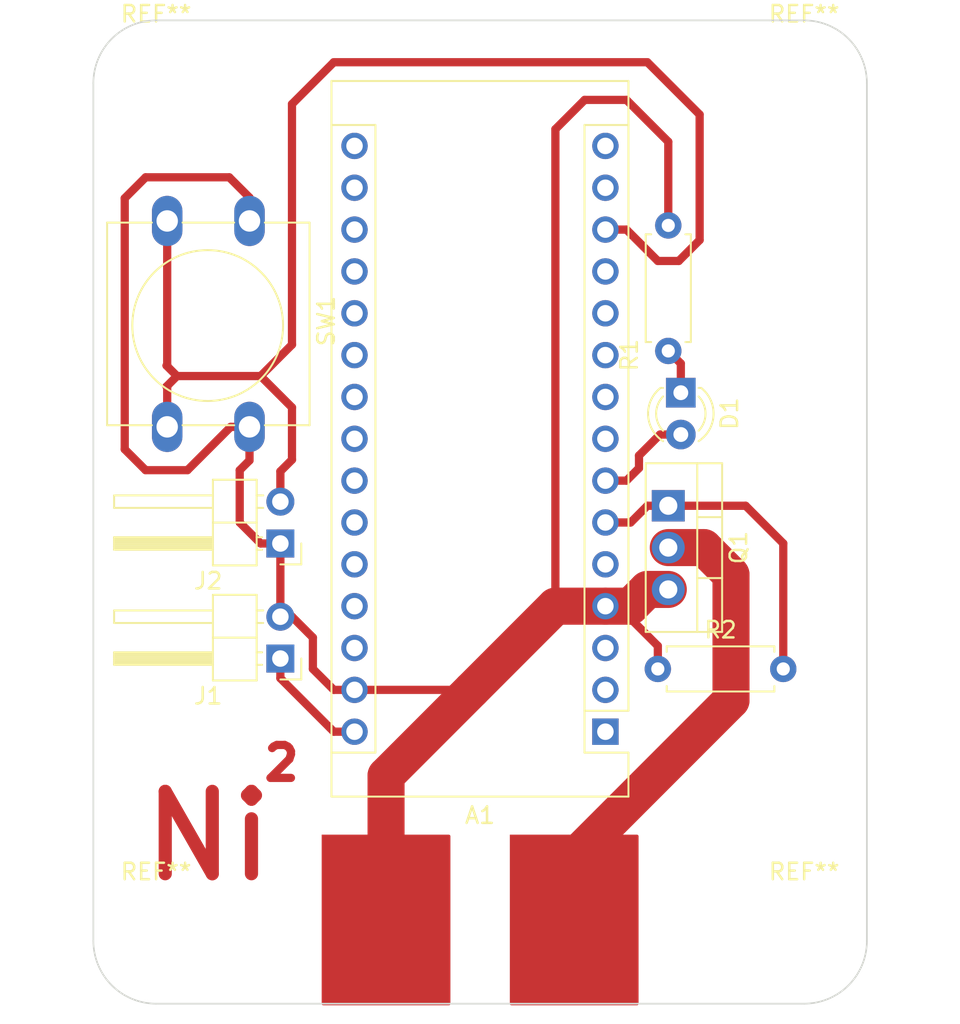
<source format=kicad_pcb>
(kicad_pcb (version 20240108) (generator "pcbnew") (generator_version "8.0")
  (layers (0 "F.Cu" signal) (31 "B.Cu" signal) (34 "B.Paste" user) (35 "F.Paste" user) (36 "B.SilkS" user "B.Silkscreen") (37 "F.SilkS" user "F.Silkscreen") (38 "B.Mask" user) (39 "F.Mask" user) (44 "Edge.Cuts" user))
  (net 0 "")
  (net 7 "Net-(A1-Pad29)")
  (net 11 "Net-(A1-Pad6)")
  (net 13 "Net-(A1-Pad7)")
  (net 25 "Net-(A1-Pad13)")
  (net 29 "Net-(D1-Pad1)")
  (net 30 "unconnected-(Q1-Pad2)")
  (net 31 "Net-(A1-Pad30)")
  (footprint "Module:Arduino_Nano" (layer "F.Cu") (at 144.77 128.27 180)
    (property "Reference" "A1" (at 7.62 -5.08 0) (layer "F.SilkS"))
    (property "Value" "Arduino_Nano_Every")
    (fp_line (start 16.64 39.5) (end 16.64 -3.94) (stroke (width 0.12)) (layer "F.SilkS"))
    (fp_line (start 16.64 -3.94) (end -1.4 -3.94) (stroke (width 0.12)) (layer "F.SilkS"))
    (fp_line (start 13.97 36.83) (end 16.64 36.83) (stroke (width 0.12)) (layer "F.SilkS"))
    (fp_line (start 13.97 -1.27) (end 16.64 -1.27) (stroke (width 0.12)) (layer "F.SilkS"))
    (fp_line (start 13.97 -1.27) (end 13.97 36.83) (stroke (width 0.12)) (layer "F.SilkS"))
    (fp_line (start 1.27 36.83) (end -1.4 36.83) (stroke (width 0.12)) (layer "F.SilkS"))
    (fp_line (start 1.27 1.27) (end 1.27 36.83) (stroke (width 0.12)) (layer "F.SilkS"))
    (fp_line (start 1.27 1.27) (end 1.27 -1.27) (stroke (width 0.12)) (layer "F.SilkS"))
    (fp_line (start 1.27 1.27) (end -1.4 1.27) (stroke (width 0.12)) (layer "F.SilkS"))
    (fp_line (start 1.27 -1.27) (end -1.4 -1.27) (stroke (width 0.12)) (layer "F.SilkS"))
    (fp_line (start -1.4 39.5) (end 16.64 39.5) (stroke (width 0.12)) (layer "F.SilkS"))
    (fp_line (start -1.4 1.27) (end -1.4 39.5) (stroke (width 0.12)) (layer "F.SilkS"))
    (fp_line (start -1.4 -3.94) (end -1.4 -1.27) (stroke (width 0.12)) (layer "F.SilkS"))
    (pad "1" thru_hole rect (at 0 0 180) (size 1.6 1.6) (drill 1) (layers "*.Cu" "*.Mask"))
    (pad "2" thru_hole oval (at 0 2.54 180) (size 1.6 1.6) (drill 1) (layers "*.Cu" "*.Mask"))
    (pad "3" thru_hole oval (at 0 5.08 180) (size 1.6 1.6) (drill 1) (layers "*.Cu" "*.Mask"))
    (pad "4" thru_hole oval (at 0 7.62 180) (size 1.6 1.6) (drill 1) (layers "*.Cu" "*.Mask") (net 7 "Net-(A1-Pad29)"))
    (pad "5" thru_hole oval (at 0 10.16 180) (size 1.6 1.6) (drill 1) (layers "*.Cu" "*.Mask"))
    (pad "6" thru_hole oval (at 0 12.7 180) (size 1.6 1.6) (drill 1) (layers "*.Cu" "*.Mask") (net 11 "Net-(A1-Pad6)"))
    (pad "7" thru_hole oval (at 0 15.24 180) (size 1.6 1.6) (drill 1) (layers "*.Cu" "*.Mask") (net 13 "Net-(A1-Pad7)"))
    (pad "8" thru_hole oval (at 0 17.78 180) (size 1.6 1.6) (drill 1) (layers "*.Cu" "*.Mask"))
    (pad "9" thru_hole oval (at 0 20.32 180) (size 1.6 1.6) (drill 1) (layers "*.Cu" "*.Mask"))
    (pad "10" thru_hole oval (at 0 22.86 180) (size 1.6 1.6) (drill 1) (layers "*.Cu" "*.Mask"))
    (pad "11" thru_hole oval (at 0 25.4 180) (size 1.6 1.6) (drill 1) (layers "*.Cu" "*.Mask"))
    (pad "12" thru_hole oval (at 0 27.94 180) (size 1.6 1.6) (drill 1) (layers "*.Cu" "*.Mask"))
    (pad "13" thru_hole oval (at 0 30.48 180) (size 1.6 1.6) (drill 1) (layers "*.Cu" "*.Mask") (net 25 "Net-(A1-Pad13)"))
    (pad "14" thru_hole oval (at 0 33.02 180) (size 1.6 1.6) (drill 1) (layers "*.Cu" "*.Mask"))
    (pad "15" thru_hole oval (at 0 35.56 180) (size 1.6 1.6) (drill 1) (layers "*.Cu" "*.Mask"))
    (pad "16" thru_hole oval (at 15.24 35.56 180) (size 1.6 1.6) (drill 1) (layers "*.Cu" "*.Mask"))
    (pad "17" thru_hole oval (at 15.24 33.02 180) (size 1.6 1.6) (drill 1) (layers "*.Cu" "*.Mask"))
    (pad "18" thru_hole oval (at 15.24 30.48 180) (size 1.6 1.6) (drill 1) (layers "*.Cu" "*.Mask"))
    (pad "19" thru_hole oval (at 15.24 27.94 180) (size 1.6 1.6) (drill 1) (layers "*.Cu" "*.Mask"))
    (pad "20" thru_hole oval (at 15.24 25.4 180) (size 1.6 1.6) (drill 1) (layers "*.Cu" "*.Mask"))
    (pad "21" thru_hole oval (at 15.24 22.86 180) (size 1.6 1.6) (drill 1) (layers "*.Cu" "*.Mask"))
    (pad "22" thru_hole oval (at 15.24 20.32 180) (size 1.6 1.6) (drill 1) (layers "*.Cu" "*.Mask"))
    (pad "23" thru_hole oval (at 15.24 17.78 180) (size 1.6 1.6) (drill 1) (layers "*.Cu" "*.Mask"))
    (pad "24" thru_hole oval (at 15.24 15.24 180) (size 1.6 1.6) (drill 1) (layers "*.Cu" "*.Mask"))
    (pad "25" thru_hole oval (at 15.24 12.7 180) (size 1.6 1.6) (drill 1) (layers "*.Cu" "*.Mask"))
    (pad "26" thru_hole oval (at 15.24 10.16 180) (size 1.6 1.6) (drill 1) (layers "*.Cu" "*.Mask"))
    (pad "27" thru_hole oval (at 15.24 7.62 180) (size 1.6 1.6) (drill 1) (layers "*.Cu" "*.Mask"))
    (pad "28" thru_hole oval (at 15.24 5.08 180) (size 1.6 1.6) (drill 1) (layers "*.Cu" "*.Mask"))
    (pad "29" thru_hole oval (at 15.24 2.54 180) (size 1.6 1.6) (drill 1) (layers "*.Cu" "*.Mask") (net 7 "Net-(A1-Pad29)"))
    (pad "30" thru_hole oval (at 15.24 0 180) (size 1.6 1.6) (drill 1) (layers "*.Cu" "*.Mask") (net 31 "Net-(A1-Pad30)"))
  )
  (footprint "MountingHole:MountingHole_3.2mm_M3" (layer "F.Cu") (at 156.845 140.97)
    (property "Reference" "REF**" (at 0 -4.2 0) (layer "F.SilkS"))
    (property "Value" "MountingHole_3.2mm_M3")
    (pad "" np_thru_hole circle (at 0 0) (size 3.2 3.2) (drill 3.2) (layers "F&B.Cu" "*.Mask"))
  )
  (footprint "MountingHole:MountingHole_3.2mm_M3" (layer "F.Cu") (at 156.845 88.9)
    (property "Reference" "REF**" (at 0 -4.2 0) (layer "F.SilkS"))
    (property "Value" "MountingHole_3.2mm_M3")
    (pad "" np_thru_hole circle (at 0 0) (size 3.2 3.2) (drill 3.2) (layers "F&B.Cu" "*.Mask"))
  )
  (footprint "Connector_PinHeader_2.54mm:PinHeader_1x02_P2.54mm_Horizontal" (layer "F.Cu") (at 125.025 123.83 180)
    (property "Reference" "J1" (at 4.385 -2.27 0) (layer "F.SilkS"))
    (property "Value" "Conn_01x02_Male")
    (fp_line (start 10.1 2.92) (end 4.1 2.92) (stroke (width 0.12)) (layer "F.SilkS"))
    (fp_line (start 10.1 2.16) (end 10.1 2.92) (stroke (width 0.12)) (layer "F.SilkS"))
    (fp_line (start 10.1 0.38) (end 4.1 0.38) (stroke (width 0.12)) (layer "F.SilkS"))
    (fp_line (start 10.1 -0.38) (end 10.1 0.38) (stroke (width 0.12)) (layer "F.SilkS"))
    (fp_line (start 4.1 3.87) (end 4.1 -1.33) (stroke (width 0.12)) (layer "F.SilkS"))
    (fp_line (start 4.1 2.16) (end 10.1 2.16) (stroke (width 0.12)) (layer "F.SilkS"))
    (fp_line (start 4.1 0.28) (end 10.1 0.28) (stroke (width 0.12)) (layer "F.SilkS"))
    (fp_line (start 4.1 0.16) (end 10.1 0.16) (stroke (width 0.12)) (layer "F.SilkS"))
    (fp_line (start 4.1 0.04) (end 10.1 0.04) (stroke (width 0.12)) (layer "F.SilkS"))
    (fp_line (start 4.1 -0.08) (end 10.1 -0.08) (stroke (width 0.12)) (layer "F.SilkS"))
    (fp_line (start 4.1 -0.2) (end 10.1 -0.2) (stroke (width 0.12)) (layer "F.SilkS"))
    (fp_line (start 4.1 -0.32) (end 10.1 -0.32) (stroke (width 0.12)) (layer "F.SilkS"))
    (fp_line (start 4.1 -0.38) (end 10.1 -0.38) (stroke (width 0.12)) (layer "F.SilkS"))
    (fp_line (start 4.1 -1.33) (end 1.44 -1.33) (stroke (width 0.12)) (layer "F.SilkS"))
    (fp_line (start 1.44 3.87) (end 4.1 3.87) (stroke (width 0.12)) (layer "F.SilkS"))
    (fp_line (start 1.44 1.27) (end 4.1 1.27) (stroke (width 0.12)) (layer "F.SilkS"))
    (fp_line (start 1.44 -1.33) (end 1.44 3.87) (stroke (width 0.12)) (layer "F.SilkS"))
    (fp_line (start 1.11 0.38) (end 1.44 0.38) (stroke (width 0.12)) (layer "F.SilkS"))
    (fp_line (start 1.11 -0.38) (end 1.44 -0.38) (stroke (width 0.12)) (layer "F.SilkS"))
    (fp_line (start 1.042929 2.92) (end 1.44 2.92) (stroke (width 0.12)) (layer "F.SilkS"))
    (fp_line (start 1.042929 2.16) (end 1.44 2.16) (stroke (width 0.12)) (layer "F.SilkS"))
    (fp_line (start -1.27 0) (end -1.27 -1.27) (stroke (width 0.12)) (layer "F.SilkS"))
    (fp_line (start -1.27 -1.27) (end 0 -1.27) (stroke (width 0.12)) (layer "F.SilkS"))
    (pad "1" thru_hole rect (at 0 0 180) (size 1.7 1.7) (drill 1) (layers "*.Cu" "*.Mask") (net 31 "Net-(A1-Pad30)"))
    (pad "2" thru_hole oval (at 0 2.54 180) (size 1.7 1.7) (drill 1) (layers "*.Cu" "*.Mask") (net 7 "Net-(A1-Pad29)"))
  )
  (footprint "Package_TO_SOT_THT:TO-220-3_Vertical" (layer "F.Cu") (at 148.59 114.554 -90)
    (property "Reference" "Q1" (at 2.54 -4.27 90) (layer "F.SilkS"))
    (property "Value" "IRLZ44N")
    (fp_line (start -2.58 1.371) (end 7.66 1.371) (stroke (width 0.12)) (layer "F.SilkS"))
    (fp_line (start -2.58 -1.76) (end 7.66 -1.76) (stroke (width 0.12)) (layer "F.SilkS"))
    (fp_line (start -2.58 -3.27) (end -2.58 1.371) (stroke (width 0.12)) (layer "F.SilkS"))
    (fp_line (start -2.58 -3.27) (end 7.66 -3.27) (stroke (width 0.12)) (layer "F.SilkS"))
    (fp_line (start 0.69 -3.27) (end 0.69 -1.76) (stroke (width 0.12)) (layer "F.SilkS"))
    (fp_line (start 4.391 -3.27) (end 4.391 -1.76) (stroke (width 0.12)) (layer "F.SilkS"))
    (fp_line (start 7.66 -3.27) (end 7.66 1.371) (stroke (width 0.12)) (layer "F.SilkS"))
    (pad "1" thru_hole rect (at 0 0 270) (size 1.905 2) (drill 1.1) (layers "*.Cu" "*.Mask") (net 11 "Net-(A1-Pad6)"))
    (pad "2" thru_hole oval (at 2.54 0 270) (size 1.905 2) (drill 1.1) (layers "*.Cu" "*.Mask") (net 30 "unconnected-(Q1-Pad2)"))
    (pad "3" thru_hole oval (at 5.08 0 270) (size 1.905 2) (drill 1.1) (layers "*.Cu" "*.Mask") (net 7 "Net-(A1-Pad29)"))
  )
  (footprint "LED_THT:LED_D3.0mm" (layer "F.Cu") (at 149.352 107.691 -90)
    (property "Reference" "D1" (at 1.27 -2.96 90) (layer "F.SilkS"))
    (property "Value" "LED")
    (fp_line (start -0.29 1.08) (end -0.29 1.236) (stroke (width 0.12)) (layer "F.SilkS"))
    (fp_line (start -0.29 -1.236) (end -0.29 -1.08) (stroke (width 0.12)) (layer "F.SilkS"))
    (fp_arc (start 2.31113 1.079837) (mid 1.270117 1.5) (end 0.229039 1.08) (stroke (width 0.12)) (layer "F.SilkS"))
    (fp_arc (start 2.942335 1.078608) (mid 1.366487 1.987659) (end -0.29 1.235516) (stroke (width 0.12)) (layer "F.SilkS"))
    (fp_arc (start 0.229039 -1.08) (mid 1.270117 -1.5) (end 2.31113 -1.079837) (stroke (width 0.12)) (layer "F.SilkS"))
    (fp_arc (start -0.29 -1.235516) (mid 1.366487 -1.987659) (end 2.942335 -1.078608) (stroke (width 0.12)) (layer "F.SilkS"))
    (pad "1" thru_hole rect (at 0 0 270) (size 1.8 1.8) (drill 0.9) (layers "*.Cu" "*.Mask") (net 29 "Net-(D1-Pad1)"))
    (pad "2" thru_hole circle (at 2.54 0 270) (size 1.8 1.8) (drill 0.9) (layers "*.Cu" "*.Mask") (net 13 "Net-(A1-Pad7)"))
  )
  (footprint "MountingHole:MountingHole_3.2mm_M3" (layer "F.Cu") (at 117.475 140.97)
    (property "Reference" "REF**" (at 0 -4.2 0) (layer "F.SilkS"))
    (property "Value" "MountingHole_3.2mm_M3")
    (pad "" np_thru_hole circle (at 0 0) (size 3.2 3.2) (drill 3.2) (layers "*.Cu" "*.Mask"))
  )
  (footprint "Button_Switch_THT:SW_PUSH-12mm" (layer "F.Cu") (at 123.15 97.265 -90)
    (property "Reference" "SW1" (at 6.08 -4.66 90) (layer "F.SilkS"))
    (property "Value" "SW_Push")
    (fp_line (start 0.1 8.65) (end 0.1 5.93) (stroke (width 0.12)) (layer "F.SilkS"))
    (fp_line (start 12.4 8.65) (end 0.1 8.65) (stroke (width 0.12)) (layer "F.SilkS"))
    (fp_line (start 12.4 5.93) (end 12.4 8.65) (stroke (width 0.12)) (layer "F.SilkS"))
    (fp_line (start 0.1 4.07) (end 0.1 0.93) (stroke (width 0.12)) (layer "F.SilkS"))
    (fp_line (start 12.4 0.93) (end 12.4 4.07) (stroke (width 0.12)) (layer "F.SilkS"))
    (fp_line (start 0.1 -0.93) (end 0.1 -3.65) (stroke (width 0.12)) (layer "F.SilkS"))
    (fp_line (start 0.1 -3.65) (end 12.4 -3.65) (stroke (width 0.12)) (layer "F.SilkS"))
    (fp_line (start 12.4 -3.65) (end 12.4 -0.93) (stroke (width 0.12)) (layer "F.SilkS"))
    (fp_circle (center 6.35 2.54) (end 10.16 5.08) (stroke (width 0.12)) (fill none) (layer "F.SilkS"))
    (pad "1" thru_hole oval (at 0 0 270) (size 3.048 1.85) (drill 1.3) (layers "*.Cu" "*.Mask") (net 7 "Net-(A1-Pad29)"))
    (pad "1" thru_hole oval (at 12.5 0 270) (size 3.048 1.85) (drill 1.3) (layers "*.Cu" "*.Mask") (net 7 "Net-(A1-Pad29)"))
    (pad "2" thru_hole oval (at 0 5 270) (size 3.048 1.85) (drill 1.3) (layers "*.Cu" "*.Mask") (net 25 "Net-(A1-Pad13)"))
    (pad "2" thru_hole oval (at 12.5 5 270) (size 3.048 1.85) (drill 1.3) (layers "*.Cu" "*.Mask") (net 25 "Net-(A1-Pad13)"))
  )
  (footprint "MountingHole:MountingHole_3.2mm_M3" (layer "F.Cu") (at 117.475 88.9)
    (property "Reference" "REF**" (at 0 -4.2 0) (layer "F.SilkS"))
    (property "Value" "MountingHole_3.2mm_M3")
    (pad "" np_thru_hole circle (at 0 0) (size 3.2 3.2) (drill 3.2) (layers "F&B.Cu" "*.Mask"))
  )
  (footprint "Connector_PinHeader_2.54mm:PinHeader_1x02_P2.54mm_Horizontal" (layer "F.Cu") (at 125.025 116.845 180)
    (property "Reference" "J2" (at 4.385 -2.27 0) (layer "F.SilkS"))
    (property "Value" "Conn_01x02_Male")
    (fp_line (start 10.1 2.92) (end 4.1 2.92) (stroke (width 0.12)) (layer "F.SilkS"))
    (fp_line (start 10.1 2.16) (end 10.1 2.92) (stroke (width 0.12)) (layer "F.SilkS"))
    (fp_line (start 10.1 0.38) (end 4.1 0.38) (stroke (width 0.12)) (layer "F.SilkS"))
    (fp_line (start 10.1 -0.38) (end 10.1 0.38) (stroke (width 0.12)) (layer "F.SilkS"))
    (fp_line (start 4.1 3.87) (end 4.1 -1.33) (stroke (width 0.12)) (layer "F.SilkS"))
    (fp_line (start 4.1 2.16) (end 10.1 2.16) (stroke (width 0.12)) (layer "F.SilkS"))
    (fp_line (start 4.1 0.28) (end 10.1 0.28) (stroke (width 0.12)) (layer "F.SilkS"))
    (fp_line (start 4.1 0.16) (end 10.1 0.16) (stroke (width 0.12)) (layer "F.SilkS"))
    (fp_line (start 4.1 0.04) (end 10.1 0.04) (stroke (width 0.12)) (layer "F.SilkS"))
    (fp_line (start 4.1 -0.08) (end 10.1 -0.08) (stroke (width 0.12)) (layer "F.SilkS"))
    (fp_line (start 4.1 -0.2) (end 10.1 -0.2) (stroke (width 0.12)) (layer "F.SilkS"))
    (fp_line (start 4.1 -0.32) (end 10.1 -0.32) (stroke (width 0.12)) (layer "F.SilkS"))
    (fp_line (start 4.1 -0.38) (end 10.1 -0.38) (stroke (width 0.12)) (layer "F.SilkS"))
    (fp_line (start 4.1 -1.33) (end 1.44 -1.33) (stroke (width 0.12)) (layer "F.SilkS"))
    (fp_line (start 1.44 3.87) (end 4.1 3.87) (stroke (width 0.12)) (layer "F.SilkS"))
    (fp_line (start 1.44 1.27) (end 4.1 1.27) (stroke (width 0.12)) (layer "F.SilkS"))
    (fp_line (start 1.44 -1.33) (end 1.44 3.87) (stroke (width 0.12)) (layer "F.SilkS"))
    (fp_line (start 1.11 0.38) (end 1.44 0.38) (stroke (width 0.12)) (layer "F.SilkS"))
    (fp_line (start 1.11 -0.38) (end 1.44 -0.38) (stroke (width 0.12)) (layer "F.SilkS"))
    (fp_line (start 1.042929 2.92) (end 1.44 2.92) (stroke (width 0.12)) (layer "F.SilkS"))
    (fp_line (start 1.042929 2.16) (end 1.44 2.16) (stroke (width 0.12)) (layer "F.SilkS"))
    (fp_line (start -1.27 0) (end -1.27 -1.27) (stroke (width 0.12)) (layer "F.SilkS"))
    (fp_line (start -1.27 -1.27) (end 0 -1.27) (stroke (width 0.12)) (layer "F.SilkS"))
    (pad "1" thru_hole rect (at 0 0 180) (size 1.7 1.7) (drill 1) (layers "*.Cu" "*.Mask") (net 7 "Net-(A1-Pad29)"))
    (pad "2" thru_hole oval (at 0 2.54 180) (size 1.7 1.7) (drill 1) (layers "*.Cu" "*.Mask") (net 25 "Net-(A1-Pad13)"))
  )
  (footprint "Resistor_THT:R_Axial_DIN0207_L6.3mm_D2.5mm_P7.62mm_Horizontal" (layer "F.Cu") (at 147.955 124.46)
    (property "Reference" "R2" (at 3.81 -2.37 360) (layer "F.SilkS"))
    (property "Value" "10,000")
    (fp_line (start 0.54 -1.37) (end 7.08 -1.37) (stroke (width 0.12)) (layer "F.SilkS"))
    (fp_line (start 0.54 -1.04) (end 0.54 -1.37) (stroke (width 0.12)) (layer "F.SilkS"))
    (fp_line (start 0.54 1.04) (end 0.54 1.37) (stroke (width 0.12)) (layer "F.SilkS"))
    (fp_line (start 0.54 1.37) (end 7.08 1.37) (stroke (width 0.12)) (layer "F.SilkS"))
    (fp_line (start 7.08 -1.37) (end 7.08 -1.04) (stroke (width 0.12)) (layer "F.SilkS"))
    (fp_line (start 7.08 1.37) (end 7.08 1.04) (stroke (width 0.12)) (layer "F.SilkS"))
    (pad "1" thru_hole circle (at 0 0) (size 1.6 1.6) (drill 0.8) (layers "*.Cu" "*.Mask") (net 7 "Net-(A1-Pad29)"))
    (pad "2" thru_hole oval (at 7.62 0) (size 1.6 1.6) (drill 0.8) (layers "*.Cu" "*.Mask") (net 11 "Net-(A1-Pad6)"))
  )
  (footprint "Resistor_THT:R_Axial_DIN0207_L6.3mm_D2.5mm_P7.62mm_Horizontal" (layer "F.Cu") (at 148.59 105.156 90)
    (property "Reference" "R1" (at -0.254 -2.37 90) (layer "F.SilkS"))
    (property "Value" "330")
    (fp_line (start 7.08 -1.37) (end 7.08 -1.04) (stroke (width 0.12)) (layer "F.SilkS"))
    (fp_line (start 0.54 -1.37) (end 7.08 -1.37) (stroke (width 0.12)) (layer "F.SilkS"))
    (fp_line (start 0.54 -1.04) (end 0.54 -1.37) (stroke (width 0.12)) (layer "F.SilkS"))
    (fp_line (start 0.54 1.04) (end 0.54 1.37) (stroke (width 0.12)) (layer "F.SilkS"))
    (fp_line (start 7.08 1.37) (end 7.08 1.04) (stroke (width 0.12)) (layer "F.SilkS"))
    (fp_line (start 0.54 1.37) (end 7.08 1.37) (stroke (width 0.12)) (layer "F.SilkS"))
    (pad "1" thru_hole circle (at 0 0 90) (size 1.6 1.6) (drill 0.8) (layers "*.Cu" "*.Mask") (net 29 "Net-(D1-Pad1)"))
    (pad "2" thru_hole oval (at 7.62 0 90) (size 1.6 1.6) (drill 0.8) (layers "*.Cu" "*.Mask") (net 7 "Net-(A1-Pad29)"))
  )
  (gr_rect (start 139.065 134.62) (end 146.685 144.78) (stroke (width 0.2)) (fill solid) (layer "F.Cu") (net 30))
  (gr_rect (start 127.635 134.62) (end 135.255 144.78) (stroke (width 0.2)) (fill solid) (layer "F.Cu") (net 7))
  (gr_arc (start 113.665 88.9) (mid 114.780923 86.205923) (end 117.475 85.09) (stroke (width 0.1)) (layer "Edge.Cuts"))
  (gr_line (start 117.475 144.78) (end 156.845 144.78) (stroke (width 0.1)) (layer "Edge.Cuts"))
  (gr_arc (start 156.844999 85.09) (mid 159.539076 86.205923) (end 160.654999 88.9) (stroke (width 0.1)) (layer "Edge.Cuts"))
  (gr_arc (start 117.475 144.78) (mid 114.780923 143.664077) (end 113.665 140.97) (stroke (width 0.1)) (layer "Edge.Cuts"))
  (gr_line (start 156.844999 85.09) (end 117.475 85.09) (stroke (width 0.1)) (layer "Edge.Cuts"))
  (gr_line (start 113.665 88.9) (end 113.665 140.97) (stroke (width 0.1)) (layer "Edge.Cuts"))
  (gr_line (start 160.655 140.97) (end 160.655 88.9) (stroke (width 0.1)) (layer "Edge.Cuts"))
  (gr_arc (start 160.655 140.97) (mid 159.539077 143.664077) (end 156.845 144.78) (stroke (width 0.1)) (layer "Edge.Cuts"))
  (gr_text "2" (at 125.095 130.175 0) (layer "F.Cu") (effects (font (size 2 2) (thickness 0.5))))
  (gr_text "Ni" (at 120.65 134.62 0) (layer "F.Cu") (effects (font (size 5 5) (thickness 0.8))))
  (segment (start 128.27 125.73) (end 127 124.46) (width 0.5) (layer "F.Cu") (net 7))
  (segment (start 136.652 125.73) (end 141.732 120.65) (width 2.25) (layer "F.Cu") (net 7))
  (segment (start 146.304 120.65) (end 146.304 121.412) (width 0.5) (layer "F.Cu") (net 7))
  (segment (start 147.32 119.634) (end 146.304 120.65) (width 2.25) (layer "F.Cu") (net 7))
  (segment (start 144.77 120.65) (end 146.304 120.65) (width 2.25) (layer "F.Cu") (net 7))
  (segment (start 122.555 112.395) (end 123.15 111.8) (width 0.5) (layer "F.Cu") (net 7))
  (segment (start 129.53 125.73) (end 128.27 125.73) (width 0.5) (layer "F.Cu") (net 7))
  (segment (start 123.15 109.765) (end 122.01 109.765) (width 0.5) (layer "F.Cu") (net 7))
  (segment (start 127 122.555) (end 125.735 121.29) (width 0.5) (layer "F.Cu") (net 7))
  (segment (start 115.57 111.125) (end 115.57 95.885) (width 0.5) (layer "F.Cu") (net 7))
  (segment (start 125.025 116.845) (end 123.83 116.845) (width 0.5) (layer "F.Cu") (net 7))
  (segment (start 116.84 94.615) (end 121.92 94.615) (width 0.5) (layer "F.Cu") (net 7))
  (segment (start 122.555 115.57) (end 122.555 112.395) (width 0.5) (layer "F.Cu") (net 7))
  (segment (start 144.77 120.65) (end 141.732 120.65) (width 2.25) (layer "F.Cu") (net 7))
  (segment (start 125.025 121.29) (end 125.025 116.845) (width 0.5) (layer "F.Cu") (net 7))
  (segment (start 123.83 116.845) (end 122.555 115.57) (width 0.5) (layer "F.Cu") (net 7))
  (segment (start 148.59 97.536) (end 148.59 92.456) (width 0.5) (layer "F.Cu") (net 7))
  (segment (start 125.735 121.29) (end 125.025 121.29) (width 0.5) (layer "F.Cu") (net 7))
  (segment (start 122.01 109.765) (end 119.38 112.395) (width 0.5) (layer "F.Cu") (net 7))
  (segment (start 146.304 121.412) (end 147.955 123.063) (width 0.5) (layer "F.Cu") (net 7))
  (segment (start 131.445 130.937) (end 136.652 125.73) (width 2.25) (layer "F.Cu") (net 7))
  (segment (start 123.15 111.8) (end 123.15 109.765) (width 0.5) (layer "F.Cu") (net 7))
  (segment (start 127 124.46) (end 127 122.555) (width 0.5) (layer "F.Cu") (net 7))
  (segment (start 147.955 123.063) (end 147.955 124.46) (width 0.5) (layer "F.Cu") (net 7))
  (segment (start 119.38 112.395) (end 116.84 112.395) (width 0.5) (layer "F.Cu") (net 7))
  (segment (start 148.59 92.456) (end 146.05 89.916) (width 0.5) (layer "F.Cu") (net 7))
  (segment (start 146.05 89.916) (end 143.51 89.916) (width 0.5) (layer "F.Cu") (net 7))
  (segment (start 131.445 139.7) (end 131.445 130.937) (width 2.25) (layer "F.Cu") (net 7))
  (segment (start 136.652 125.73) (end 129.53 125.73) (width 0.5) (layer "F.Cu") (net 7))
  (segment (start 121.92 94.615) (end 123.15 95.845) (width 0.5) (layer "F.Cu") (net 7))
  (segment (start 115.57 95.885) (end 116.84 94.615) (width 0.5) (layer "F.Cu") (net 7))
  (segment (start 143.51 89.916) (end 141.732 91.694) (width 0.5) (layer "F.Cu") (net 7))
  (segment (start 148.59 119.634) (end 147.32 119.634) (width 2.25) (layer "F.Cu") (net 7))
  (segment (start 123.15 95.845) (end 123.15 97.265) (width 0.5) (layer "F.Cu") (net 7))
  (segment (start 141.732 91.694) (end 141.732 120.65) (width 0.5) (layer "F.Cu") (net 7))
  (segment (start 116.84 112.395) (end 115.57 111.125) (width 0.5) (layer "F.Cu") (net 7))
  (segment (start 146.304 115.57) (end 147.32 114.554) (width 0.5) (layer "F.Cu") (net 11))
  (segment (start 144.77 115.57) (end 146.304 115.57) (width 0.5) (layer "F.Cu") (net 11))
  (segment (start 155.575 116.84) (end 153.289 114.554) (width 0.5) (layer "F.Cu") (net 11))
  (segment (start 147.32 114.554) (end 148.59 114.554) (width 0.5) (layer "F.Cu") (net 11))
  (segment (start 155.575 124.46) (end 155.575 116.84) (width 0.5) (layer "F.Cu") (net 11))
  (segment (start 153.289 114.554) (end 148.59 114.554) (width 0.5) (layer "F.Cu") (net 11))
  (segment (start 144.77 113.03) (end 146.05 113.03) (width 0.5) (layer "F.Cu") (net 13))
  (segment (start 146.812 112.268) (end 146.812 111.506) (width 0.5) (layer "F.Cu") (net 13))
  (segment (start 146.05 113.03) (end 146.812 112.268) (width 0.5) (layer "F.Cu") (net 13))
  (segment (start 146.812 111.506) (end 148.087 110.231) (width 0.5) (layer "F.Cu") (net 13))
  (segment (start 148.087 110.231) (end 149.352 110.231) (width 0.5) (layer "F.Cu") (net 13))
  (segment (start 118.15 107.355) (end 118.15 109.765) (width 0.5) (layer "F.Cu") (net 25))
  (segment (start 125.025 114.305) (end 125.025 112.465) (width 0.5) (layer "F.Cu") (net 25))
  (segment (start 125.73 108.585) (end 123.825 106.68) (width 0.5) (layer "F.Cu") (net 25))
  (segment (start 118.11 107.315) (end 118.15 107.355) (width 0.5) (layer "F.Cu") (net 25))
  (segment (start 125.73 111.76) (end 125.73 108.585) (width 0.5) (layer "F.Cu") (net 25))
  (segment (start 147.955 99.695) (end 149.225 99.695) (width 0.5) (layer "F.Cu") (net 25))
  (segment (start 147.32 87.63) (end 128.27 87.63) (width 0.5) (layer "F.Cu") (net 25))
  (segment (start 146.05 97.79) (end 147.955 99.695) (width 0.5) (layer "F.Cu") (net 25))
  (segment (start 125.73 104.775) (end 123.825 106.68) (width 0.5) (layer "F.Cu") (net 25))
  (segment (start 118.15 106.005) (end 118.15 97.265) (width 0.5) (layer "F.Cu") (net 25))
  (segment (start 149.225 99.695) (end 150.495 98.425) (width 0.5) (layer "F.Cu") (net 25))
  (segment (start 118.745 106.68) (end 118.11 107.315) (width 0.5) (layer "F.Cu") (net 25))
  (segment (start 150.495 90.805) (end 147.32 87.63) (width 0.5) (layer "F.Cu") (net 25))
  (segment (start 125.73 90.17) (end 125.73 104.775) (width 0.5) (layer "F.Cu") (net 25))
  (segment (start 128.27 87.63) (end 125.73 90.17) (width 0.5) (layer "F.Cu") (net 25))
  (segment (start 118.11 106.045) (end 118.15 106.005) (width 0.5) (layer "F.Cu") (net 25))
  (segment (start 150.495 98.425) (end 150.495 90.805) (width 0.5) (layer "F.Cu") (net 25))
  (segment (start 123.825 106.68) (end 118.745 106.68) (width 0.5) (layer "F.Cu") (net 25))
  (segment (start 118.745 106.68) (end 118.11 106.045) (width 0.5) (layer "F.Cu") (net 25))
  (segment (start 125.025 112.465) (end 125.73 111.76) (width 0.5) (layer "F.Cu") (net 25))
  (segment (start 144.77 97.79) (end 146.05 97.79) (width 0.5) (layer "F.Cu") (net 25))
  (segment (start 149.352 107.691) (end 149.352 105.918) (width 0.5) (layer "F.Cu") (net 29))
  (segment (start 149.352 105.918) (end 148.59 105.156) (width 0.5) (layer "F.Cu") (net 29))
  (segment (start 152.4 126.365) (end 142.875 135.89) (width 2.25) (layer "F.Cu") (net 30))
  (segment (start 150.749 117.094) (end 152.4 118.745) (width 2.25) (layer "F.Cu") (net 30))
  (segment (start 148.59 117.094) (end 150.749 117.094) (width 2.25) (layer "F.Cu") (net 30))
  (segment (start 152.4 118.745) (end 152.4 126.365) (width 2.25) (layer "F.Cu") (net 30))
  (segment (start 142.875 135.89) (end 142.875 139.7) (width 2.25) (layer "F.Cu") (net 30))
  (segment (start 125.025 125.025) (end 125.025 123.83) (width 0.5) (layer "F.Cu") (net 31))
  (segment (start 129.53 128.27) (end 128.27 128.27) (width 0.5) (layer "F.Cu") (net 31))
  (segment (start 128.27 128.27) (end 125.025 125.025) (width 0.5) (layer "F.Cu") (net 31))
)
</source>
